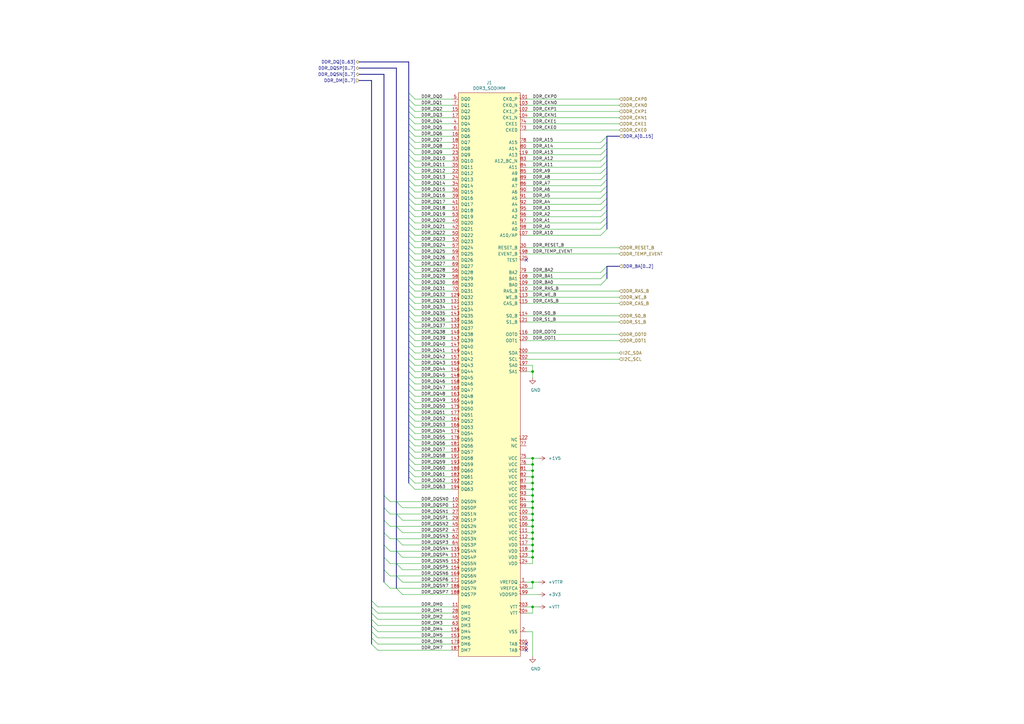
<source format=kicad_sch>
(kicad_sch (version 20210123) (generator eeschema)
  (paper "A3")
  (title_block (title "Dramite") (date "2021-01-22") (rev "R0.1") (company "Wenting Zhang"))
  (lib_symbols
    (symbol "power:+1V5" (power) (pin_names (offset 0))
      (property "Value" "+1V5" (at 0 3.556 0))
      (symbol "+1V5_0_1"
        (polyline (pts (xy -0.762 1.27) (xy 0 2.54)))
        (polyline (pts (xy 0 0) (xy 0 2.54)))
        (polyline (pts (xy 0 2.54) (xy 0.762 1.27)))
      )
      (symbol "+1V5_1_1"
        (pin power_in line (at 0 0 90) (length 0) hide (name "+1V5") (number "1"))
      )
    )
    (symbol "power:+3V3" (power) (pin_names (offset 0))
      (property "Value" "+3V3" (at 0 3.556 0))
      (symbol "+3V3_0_1"
        (polyline (pts (xy -0.762 1.27) (xy 0 2.54)))
        (polyline (pts (xy 0 0) (xy 0 2.54)))
        (polyline (pts (xy 0 2.54) (xy 0.762 1.27)))
      )
      (symbol "+3V3_1_1"
        (pin power_in line (at 0 0 90) (length 0) hide (name "+3V3") (number "1"))
      )
    )
    (symbol "power:GND" (power) (pin_names (offset 0))
      (property "Value" "GND" (at 0 -3.81 0))
      (symbol "GND_0_1"
        (polyline (pts (xy 0 0) (xy 0 -1.27) (xy 1.27 -1.27) (xy 0 -2.54) (xy -1.27 -1.27) (xy 0 -1.27)))
      )
      (symbol "GND_1_1"
        (pin power_in line (at 0 0 270) (length 0) hide (name "GND") (number "1"))
      )
    )
    (symbol "symbols:+VTT" (power) (pin_names (offset 0))
      (property "Value" "+VTT" (at 0 3.556 0))
      (symbol "+VTT_0_1"
        (polyline (pts (xy -0.762 1.27) (xy 0 2.54)))
        (polyline (pts (xy 0 0) (xy 0 2.54)))
        (polyline (pts (xy 0 2.54) (xy 0.762 1.27)))
      )
      (symbol "+VTT_1_1"
        (pin power_in line (at 0 0 90) (length 0) hide (name "+VTT") (number "1"))
      )
    )
    (symbol "symbols:+VTTR" (power) (pin_names (offset 0))
      (property "Value" "+VTTR" (at 0 3.556 0))
      (symbol "+VTTR_0_1"
        (polyline (pts (xy -0.762 1.27) (xy 0 2.54)))
        (polyline (pts (xy 0 0) (xy 0 2.54)))
        (polyline (pts (xy 0 2.54) (xy 0.762 1.27)))
      )
      (symbol "+VTTR_1_1"
        (pin power_in line (at 0 0 90) (length 0) hide (name "+VTTR") (number "1"))
      )
    )
    (symbol "symbols:DDR3_SODIMM" (pin_names (offset 1.016))
      (property "Reference" "J" (at 0 0 0))
      (property "Value" "DDR3_SODIMM" (at 0 0 0))
      (symbol "DDR3_SODIMM_0_1"
        (rectangle (start -12.7 -2.54) (end 12.7 -233.68) (fill (type background)))
      )
      (symbol "DDR3_SODIMM_1_1"
        (pin power_in line (at 15.24 -203.2 180) (length 2.54) (name "VREFDQ") (number "1"))
        (pin bidirectional line (at -15.24 -170.18 0) (length 2.54) (name "DQS0N") (number "10"))
        (pin power_in line (at 15.24 -175.26 180) (length 2.54) (name "VCC") (number "100"))
        (pin input line (at 15.24 -5.08 180) (length 2.54) (name "CK0_P") (number "101"))
        (pin input line (at 15.24 -10.16 180) (length 2.54) (name "CK1_P") (number "102"))
        (pin input line (at 15.24 -7.62 180) (length 2.54) (name "CK0_N") (number "103"))
        (pin input line (at 15.24 -12.7 180) (length 2.54) (name "CK1_N") (number "104"))
        (pin power_in line (at 15.24 -177.8 180) (length 2.54) (name "VCC") (number "105"))
        (pin power_in line (at 15.24 -180.34 180) (length 2.54) (name "VCC") (number "106"))
        (pin input line (at 15.24 -60.96 180) (length 2.54) (name "A10/AP") (number "107"))
        (pin input line (at 15.24 -78.74 180) (length 2.54) (name "BA1") (number "108"))
        (pin input line (at 15.24 -81.28 180) (length 2.54) (name "BA0") (number "109"))
        (pin input line (at -15.24 -213.36 0) (length 2.54) (name "DM0") (number "11"))
        (pin input line (at 15.24 -83.82 180) (length 2.54) (name "RAS_B") (number "110"))
        (pin power_in line (at 15.24 -182.88 180) (length 2.54) (name "VCC") (number "111"))
        (pin power_in line (at 15.24 -185.42 180) (length 2.54) (name "VCC") (number "112"))
        (pin input line (at 15.24 -86.36 180) (length 2.54) (name "WE_B") (number "113"))
        (pin input line (at 15.24 -93.98 180) (length 2.54) (name "S0_B") (number "114"))
        (pin input line (at 15.24 -88.9 180) (length 2.54) (name "CAS_B") (number "115"))
        (pin input line (at 15.24 -101.6 180) (length 2.54) (name "ODT0") (number "116"))
        (pin power_in line (at 15.24 -187.96 180) (length 2.54) (name "VDD") (number "117"))
        (pin power_in line (at 15.24 -190.5 180) (length 2.54) (name "VDD") (number "118"))
        (pin input line (at 15.24 -27.94 180) (length 2.54) (name "A13") (number "119"))
        (pin bidirectional line (at -15.24 -172.72 0) (length 2.54) (name "DQS0P") (number "12"))
        (pin input line (at 15.24 -104.14 180) (length 2.54) (name "ODT1") (number "120"))
        (pin input line (at 15.24 -96.52 180) (length 2.54) (name "S1_B") (number "121"))
        (pin passive line (at 15.24 -144.78 180) (length 2.54) (name "NC") (number "122"))
        (pin power_in line (at 15.24 -193.04 180) (length 2.54) (name "VDD") (number "123"))
        (pin power_in line (at 15.24 -195.58 180) (length 2.54) (name "VDD") (number "124"))
        (pin input line (at 15.24 -71.12 180) (length 2.54) (name "TEST") (number "125"))
        (pin power_in line (at 15.24 -205.74 180) (length 2.54) (name "VREFCA") (number "126"))
        (pin power_in line (at 15.24 -223.52 180) (length 2.54) hide (name "VSS") (number "127"))
        (pin power_in line (at 15.24 -223.52 180) (length 2.54) hide (name "VSS") (number "128"))
        (pin bidirectional line (at -15.24 -86.36 0) (length 2.54) (name "DQ32") (number "129"))
        (pin power_in line (at 15.24 -223.52 180) (length 2.54) hide (name "VSS") (number "13"))
        (pin power_in line (at 15.24 -223.52 180) (length 2.54) hide (name "VSS") (number "13"))
        (pin bidirectional line (at -15.24 -96.52 0) (length 2.54) (name "DQ36") (number "130"))
        (pin bidirectional line (at -15.24 -88.9 0) (length 2.54) (name "DQ33") (number "131"))
        (pin bidirectional line (at -15.24 -99.06 0) (length 2.54) (name "DQ37") (number "132"))
        (pin power_in line (at 15.24 -223.52 180) (length 2.54) hide (name "VSS") (number "133"))
        (pin power_in line (at 15.24 -223.52 180) (length 2.54) hide (name "VSS") (number "134"))
        (pin bidirectional line (at -15.24 -190.5 0) (length 2.54) (name "DQS4N") (number "135"))
        (pin input line (at -15.24 -223.52 0) (length 2.54) (name "DM4") (number "136"))
        (pin bidirectional line (at -15.24 -193.04 0) (length 2.54) (name "DQS4P") (number "137"))
        (pin power_in line (at 15.24 -223.52 180) (length 2.54) hide (name "VSS") (number "138"))
        (pin power_in line (at 15.24 -223.52 180) (length 2.54) hide (name "VSS") (number "139"))
        (pin power_in line (at 15.24 -223.52 180) (length 2.54) hide (name "VSS") (number "14"))
        (pin bidirectional line (at -15.24 -101.6 0) (length 2.54) (name "DQ38") (number "140"))
        (pin bidirectional line (at -15.24 -91.44 0) (length 2.54) (name "DQ34") (number "141"))
        (pin bidirectional line (at -15.24 -104.14 0) (length 2.54) (name "DQ39") (number "142"))
        (pin bidirectional line (at -15.24 -93.98 0) (length 2.54) (name "DQ35") (number "143"))
        (pin power_in line (at 15.24 -223.52 180) (length 2.54) hide (name "VSS") (number "144"))
        (pin power_in line (at 15.24 -223.52 180) (length 2.54) hide (name "VSS") (number "145"))
        (pin bidirectional line (at -15.24 -116.84 0) (length 2.54) (name "DQ44") (number "146"))
        (pin bidirectional line (at -15.24 -106.68 0) (length 2.54) (name "DQ40") (number "147"))
        (pin bidirectional line (at -15.24 -119.38 0) (length 2.54) (name "DQ45") (number "148"))
        (pin bidirectional line (at -15.24 -109.22 0) (length 2.54) (name "DQ41") (number "149"))
        (pin bidirectional line (at -15.24 -10.16 0) (length 2.54) (name "DQ2") (number "15"))
        (pin power_in line (at 15.24 -223.52 180) (length 2.54) hide (name "VSS") (number "150"))
        (pin power_in line (at 15.24 -223.52 180) (length 2.54) hide (name "VSS") (number "151"))
        (pin bidirectional line (at -15.24 -195.58 0) (length 2.54) (name "DQS5N") (number "152"))
        (pin input line (at -15.24 -226.06 0) (length 2.54) (name "DM5") (number "153"))
        (pin bidirectional line (at -15.24 -198.12 0) (length 2.54) (name "DQS5P") (number "154"))
        (pin power_in line (at 15.24 -223.52 180) (length 2.54) hide (name "VSS") (number "155"))
        (pin power_in line (at 15.24 -223.52 180) (length 2.54) hide (name "VSS") (number "156"))
        (pin bidirectional line (at -15.24 -111.76 0) (length 2.54) (name "DQ42") (number "157"))
        (pin bidirectional line (at -15.24 -121.92 0) (length 2.54) (name "DQ46") (number "158"))
        (pin bidirectional line (at -15.24 -114.3 0) (length 2.54) (name "DQ43") (number "159"))
        (pin bidirectional line (at -15.24 -20.32 0) (length 2.54) (name "DQ6") (number "16"))
        (pin bidirectional line (at -15.24 -124.46 0) (length 2.54) (name "DQ47") (number "160"))
        (pin power_in line (at 15.24 -223.52 180) (length 2.54) hide (name "VSS") (number "161"))
        (pin power_in line (at 15.24 -223.52 180) (length 2.54) hide (name "VSS") (number "162"))
        (pin bidirectional line (at -15.24 -127 0) (length 2.54) (name "DQ48") (number "163"))
        (pin bidirectional line (at -15.24 -137.16 0) (length 2.54) (name "DQ52") (number "164"))
        (pin bidirectional line (at -15.24 -129.54 0) (length 2.54) (name "DQ49") (number "165"))
        (pin bidirectional line (at -15.24 -139.7 0) (length 2.54) (name "DQ53") (number "166"))
        (pin power_in line (at 15.24 -223.52 180) (length 2.54) hide (name "VSS") (number "167"))
        (pin power_in line (at 15.24 -223.52 180) (length 2.54) hide (name "VSS") (number "168"))
        (pin bidirectional line (at -15.24 -200.66 0) (length 2.54) (name "DQS6N") (number "169"))
        (pin bidirectional line (at -15.24 -12.7 0) (length 2.54) (name "DQ3") (number "17"))
        (pin input line (at -15.24 -228.6 0) (length 2.54) (name "DM6") (number "170"))
        (pin bidirectional line (at -15.24 -203.2 0) (length 2.54) (name "DQS6P") (number "171"))
        (pin power_in line (at 15.24 -223.52 180) (length 2.54) hide (name "VSS") (number "172"))
        (pin power_in line (at 15.24 -223.52 180) (length 2.54) hide (name "VSS") (number "173"))
        (pin bidirectional line (at -15.24 -142.24 0) (length 2.54) (name "DQ54") (number "174"))
        (pin bidirectional line (at -15.24 -132.08 0) (length 2.54) (name "DQ50") (number "175"))
        (pin bidirectional line (at -15.24 -144.78 0) (length 2.54) (name "DQ55") (number "176"))
        (pin bidirectional line (at -15.24 -134.62 0) (length 2.54) (name "DQ51") (number "177"))
        (pin power_in line (at 15.24 -223.52 180) (length 2.54) hide (name "VSS") (number "178"))
        (pin power_in line (at 15.24 -223.52 180) (length 2.54) hide (name "VSS") (number "179"))
        (pin bidirectional line (at -15.24 -22.86 0) (length 2.54) (name "DQ7") (number "18"))
        (pin bidirectional line (at -15.24 -157.48 0) (length 2.54) (name "DQ60") (number "180"))
        (pin bidirectional line (at -15.24 -147.32 0) (length 2.54) (name "DQ56") (number "181"))
        (pin bidirectional line (at -15.24 -160.02 0) (length 2.54) (name "DQ61") (number "182"))
        (pin bidirectional line (at -15.24 -149.86 0) (length 2.54) (name "DQ57") (number "183"))
        (pin power_in line (at 15.24 -223.52 180) (length 2.54) hide (name "VSS") (number "184"))
        (pin power_in line (at 15.24 -223.52 180) (length 2.54) hide (name "VSS") (number "185"))
        (pin power_in line (at 15.24 -223.52 180) (length 2.54) hide (name "VSS") (number "185"))
        (pin bidirectional line (at -15.24 -205.74 0) (length 2.54) (name "DQS7N") (number "186"))
        (pin input line (at -15.24 -231.14 0) (length 2.54) (name "DM7") (number "187"))
        (pin bidirectional line (at -15.24 -208.28 0) (length 2.54) (name "DQS7P") (number "188"))
        (pin power_in line (at 15.24 -223.52 180) (length 2.54) hide (name "VSS") (number "189"))
        (pin power_in line (at 15.24 -223.52 180) (length 2.54) hide (name "VSS") (number "19"))
        (pin power_in line (at 15.24 -223.52 180) (length 2.54) hide (name "VSS") (number "190"))
        (pin bidirectional line (at -15.24 -152.4 0) (length 2.54) (name "DQ58") (number "191"))
        (pin bidirectional line (at -15.24 -162.56 0) (length 2.54) (name "DQ62") (number "192"))
        (pin bidirectional line (at -15.24 -154.94 0) (length 2.54) (name "DQ59") (number "193"))
        (pin bidirectional line (at -15.24 -165.1 0) (length 2.54) (name "DQ63") (number "194"))
        (pin power_in line (at 15.24 -223.52 180) (length 2.54) hide (name "VSS") (number "195"))
        (pin power_in line (at 15.24 -223.52 180) (length 2.54) hide (name "VSS") (number "196"))
        (pin bidirectional line (at 15.24 -114.3 180) (length 2.54) (name "SA0") (number "197"))
        (pin input line (at 15.24 -68.58 180) (length 2.54) (name "EVENT_B") (number "198"))
        (pin power_in line (at 15.24 -208.28 180) (length 2.54) (name "VDDSPD") (number "199"))
        (pin power_in line (at 15.24 -223.52 180) (length 2.54) (name "VSS") (number "2"))
        (pin power_in line (at 15.24 -223.52 180) (length 2.54) hide (name "VSS") (number "20"))
        (pin bidirectional line (at 15.24 -109.22 180) (length 2.54) (name "SDA") (number "200"))
        (pin bidirectional line (at 15.24 -116.84 180) (length 2.54) (name "SA1") (number "201"))
        (pin bidirectional line (at 15.24 -111.76 180) (length 2.54) (name "SCL") (number "202"))
        (pin power_in line (at 15.24 -213.36 180) (length 2.54) (name "VTT") (number "203"))
        (pin power_in line (at 15.24 -215.9 180) (length 2.54) (name "VTT") (number "204"))
        (pin passive line (at 15.24 -228.6 180) (length 2.54) (name "TAB") (number "205"))
        (pin passive line (at 15.24 -231.14 180) (length 2.54) (name "TAB") (number "206"))
        (pin bidirectional line (at -15.24 -25.4 0) (length 2.54) (name "DQ8") (number "21"))
        (pin bidirectional line (at -15.24 -35.56 0) (length 2.54) (name "DQ12") (number "22"))
        (pin bidirectional line (at -15.24 -27.94 0) (length 2.54) (name "DQ9") (number "23"))
        (pin bidirectional line (at -15.24 -38.1 0) (length 2.54) (name "DQ13") (number "24"))
        (pin power_in line (at 15.24 -223.52 180) (length 2.54) hide (name "VSS") (number "25"))
        (pin power_in line (at 15.24 -223.52 180) (length 2.54) hide (name "VSS") (number "26"))
        (pin bidirectional line (at -15.24 -175.26 0) (length 2.54) (name "DQS1N") (number "27"))
        (pin input line (at -15.24 -215.9 0) (length 2.54) (name "DM1") (number "28"))
        (pin bidirectional line (at -15.24 -177.8 0) (length 2.54) (name "DQS1P") (number "29"))
        (pin power_in line (at 15.24 -223.52 180) (length 2.54) hide (name "VSS") (number "3"))
        (pin input line (at 15.24 -66.04 180) (length 2.54) (name "RESET_B") (number "30"))
        (pin power_in line (at 15.24 -223.52 180) (length 2.54) hide (name "VSS") (number "31"))
        (pin power_in line (at 15.24 -223.52 180) (length 2.54) hide (name "VSS") (number "32"))
        (pin bidirectional line (at -15.24 -30.48 0) (length 2.54) (name "DQ10") (number "33"))
        (pin bidirectional line (at -15.24 -40.64 0) (length 2.54) (name "DQ14") (number "34"))
        (pin bidirectional line (at -15.24 -33.02 0) (length 2.54) (name "DQ11") (number "35"))
        (pin bidirectional line (at -15.24 -43.18 0) (length 2.54) (name "DQ15") (number "36"))
        (pin power_in line (at 15.24 -223.52 180) (length 2.54) hide (name "VSS") (number "37"))
        (pin power_in line (at 15.24 -223.52 180) (length 2.54) hide (name "VSS") (number "38"))
        (pin bidirectional line (at -15.24 -45.72 0) (length 2.54) (name "DQ16") (number "39"))
        (pin bidirectional line (at -15.24 -15.24 0) (length 2.54) (name "DQ4") (number "4"))
        (pin bidirectional line (at -15.24 -55.88 0) (length 2.54) (name "DQ20") (number "40"))
        (pin bidirectional line (at -15.24 -48.26 0) (length 2.54) (name "DQ17") (number "41"))
        (pin bidirectional line (at -15.24 -58.42 0) (length 2.54) (name "DQ21") (number "42"))
        (pin power_in line (at 15.24 -223.52 180) (length 2.54) hide (name "VSS") (number "43"))
        (pin power_in line (at 15.24 -223.52 180) (length 2.54) hide (name "VSS") (number "43"))
        (pin power_in line (at 15.24 -223.52 180) (length 2.54) hide (name "VSS") (number "44"))
        (pin bidirectional line (at -15.24 -180.34 0) (length 2.54) (name "DQS2N") (number "45"))
        (pin input line (at -15.24 -218.44 0) (length 2.54) (name "DM2") (number "46"))
        (pin bidirectional line (at -15.24 -182.88 0) (length 2.54) (name "DQS2P") (number "47"))
        (pin power_in line (at 15.24 -223.52 180) (length 2.54) hide (name "VSS") (number "48"))
        (pin power_in line (at 15.24 -223.52 180) (length 2.54) hide (name "VSS") (number "49"))
        (pin bidirectional line (at -15.24 -5.08 0) (length 2.54) (name "DQ0") (number "5"))
        (pin bidirectional line (at -15.24 -60.96 0) (length 2.54) (name "DQ22") (number "50"))
        (pin bidirectional line (at -15.24 -50.8 0) (length 2.54) (name "DQ18") (number "51"))
        (pin bidirectional line (at -15.24 -63.5 0) (length 2.54) (name "DQ23") (number "52"))
        (pin bidirectional line (at -15.24 -53.34 0) (length 2.54) (name "DQ19") (number "53"))
        (pin power_in line (at 15.24 -223.52 180) (length 2.54) hide (name "VSS") (number "54"))
        (pin power_in line (at 15.24 -223.52 180) (length 2.54) hide (name "VSS") (number "55"))
        (pin bidirectional line (at -15.24 -76.2 0) (length 2.54) (name "DQ28") (number "56"))
        (pin bidirectional line (at -15.24 -66.04 0) (length 2.54) (name "DQ24") (number "57"))
        (pin bidirectional line (at -15.24 -78.74 0) (length 2.54) (name "DQ29") (number "58"))
        (pin bidirectional line (at -15.24 -68.58 0) (length 2.54) (name "DQ25") (number "59"))
        (pin bidirectional line (at -15.24 -17.78 0) (length 2.54) (name "DQ5") (number "6"))
        (pin power_in line (at 15.24 -223.52 180) (length 2.54) hide (name "VSS") (number "60"))
        (pin power_in line (at 15.24 -223.52 180) (length 2.54) hide (name "VSS") (number "61"))
        (pin bidirectional line (at -15.24 -185.42 0) (length 2.54) (name "DQS3N") (number "62"))
        (pin input line (at -15.24 -220.98 0) (length 2.54) (name "DM3") (number "63"))
        (pin bidirectional line (at -15.24 -187.96 0) (length 2.54) (name "DQS3P") (number "64"))
        (pin power_in line (at 15.24 -223.52 180) (length 2.54) hide (name "VSS") (number "65"))
        (pin power_in line (at 15.24 -223.52 180) (length 2.54) hide (name "VSS") (number "66"))
        (pin bidirectional line (at -15.24 -71.12 0) (length 2.54) (name "DQ26") (number "67"))
        (pin bidirectional line (at -15.24 -81.28 0) (length 2.54) (name "DQ30") (number "68"))
        (pin bidirectional line (at -15.24 -73.66 0) (length 2.54) (name "DQ27") (number "69"))
        (pin bidirectional line (at -15.24 -7.62 0) (length 2.54) (name "DQ1") (number "7"))
        (pin bidirectional line (at -15.24 -83.82 0) (length 2.54) (name "DQ31") (number "70"))
        (pin power_in line (at 15.24 -223.52 180) (length 2.54) hide (name "VSS") (number "71"))
        (pin power_in line (at 15.24 -223.52 180) (length 2.54) hide (name "VSS") (number "72"))
        (pin input line (at 15.24 -17.78 180) (length 2.54) (name "CKE0") (number "73"))
        (pin input line (at 15.24 -15.24 180) (length 2.54) (name "CKE1") (number "74"))
        (pin power_in line (at 15.24 -152.4 180) (length 2.54) (name "VCC") (number "75"))
        (pin power_in line (at 15.24 -154.94 180) (length 2.54) (name "VCC") (number "76"))
        (pin passive line (at 15.24 -147.32 180) (length 2.54) (name "NC") (number "77"))
        (pin input line (at 15.24 -22.86 180) (length 2.54) (name "A15") (number "78"))
        (pin input line (at 15.24 -76.2 180) (length 2.54) (name "BA2") (number "79"))
        (pin power_in line (at 15.24 -223.52 180) (length 2.54) hide (name "VSS") (number "8"))
        (pin input line (at 15.24 -25.4 180) (length 2.54) (name "A14") (number "80"))
        (pin power_in line (at 15.24 -157.48 180) (length 2.54) (name "VCC") (number "81"))
        (pin power_in line (at 15.24 -160.02 180) (length 2.54) (name "VCC") (number "82"))
        (pin input line (at 15.24 -30.48 180) (length 2.54) (name "A12_BC_N") (number "83"))
        (pin input line (at 15.24 -33.02 180) (length 2.54) (name "A11") (number "84"))
        (pin input line (at 15.24 -35.56 180) (length 2.54) (name "A9") (number "85"))
        (pin input line (at 15.24 -40.64 180) (length 2.54) (name "A7") (number "86"))
        (pin power_in line (at 15.24 -162.56 180) (length 2.54) (name "VCC") (number "87"))
        (pin power_in line (at 15.24 -165.1 180) (length 2.54) (name "VCC") (number "88"))
        (pin input line (at 15.24 -38.1 180) (length 2.54) (name "A8") (number "89"))
        (pin power_in line (at 15.24 -223.52 180) (length 2.54) hide (name "VSS") (number "9"))
        (pin input line (at 15.24 -43.18 180) (length 2.54) (name "A6") (number "90"))
        (pin input line (at 15.24 -45.72 180) (length 2.54) (name "A5") (number "91"))
        (pin input line (at 15.24 -48.26 180) (length 2.54) (name "A4") (number "92"))
        (pin power_in line (at 15.24 -167.64 180) (length 2.54) (name "VCC") (number "93"))
        (pin power_in line (at 15.24 -170.18 180) (length 2.54) (name "VCC") (number "94"))
        (pin input line (at 15.24 -50.8 180) (length 2.54) (name "A3") (number "95"))
        (pin input line (at 15.24 -53.34 180) (length 2.54) (name "A2") (number "96"))
        (pin input line (at 15.24 -55.88 180) (length 2.54) (name "A1") (number "97"))
        (pin input line (at 15.24 -58.42 180) (length 2.54) (name "A0") (number "98"))
        (pin power_in line (at 15.24 -172.72 180) (length 2.54) (name "VCC") (number "99"))
      )
    )
  )
  (junction (at 218.44 152.4) (diameter 0.9144))
  (junction (at 218.44 187.96) (diameter 0.9144))
  (junction (at 218.44 190.5) (diameter 0.9144))
  (junction (at 218.44 193.04) (diameter 0.9144))
  (junction (at 218.44 195.58) (diameter 0.9144))
  (junction (at 218.44 198.12) (diameter 0.9144))
  (junction (at 218.44 200.66) (diameter 0.9144))
  (junction (at 218.44 203.2) (diameter 0.9144))
  (junction (at 218.44 205.74) (diameter 0.9144))
  (junction (at 218.44 208.28) (diameter 0.9144))
  (junction (at 218.44 210.82) (diameter 0.9144))
  (junction (at 218.44 213.36) (diameter 0.9144))
  (junction (at 218.44 215.9) (diameter 0.9144))
  (junction (at 218.44 218.44) (diameter 0.9144))
  (junction (at 218.44 220.98) (diameter 0.9144))
  (junction (at 218.44 223.52) (diameter 0.9144))
  (junction (at 218.44 226.06) (diameter 0.9144))
  (junction (at 218.44 228.6) (diameter 0.9144))
  (junction (at 218.44 238.76) (diameter 0.9144))
  (junction (at 218.44 248.92) (diameter 0.9144))
  (no_connect (at 215.9 106.68))
  (no_connect (at 215.9 264.16))
  (no_connect (at 215.9 266.7))
  (bus_entry (at 152.4 246.38) (size 2.54 2.54) (stroke (width 0.1524)))
  (bus_entry (at 152.4 248.92) (size 2.54 2.54) (stroke (width 0.1524)))
  (bus_entry (at 152.4 256.54) (size 2.54 2.54) (stroke (width 0.1524)))
  (bus_entry (at 152.4 259.08) (size 2.54 2.54) (stroke (width 0.1524)))
  (bus_entry (at 154.94 254) (size -2.54 -2.54) (stroke (width 0.1524)))
  (bus_entry (at 154.94 256.54) (size -2.54 -2.54) (stroke (width 0.1524)))
  (bus_entry (at 154.94 264.16) (size -2.54 -2.54) (stroke (width 0.1524)))
  (bus_entry (at 154.94 266.7) (size -2.54 -2.54) (stroke (width 0.1524)))
  (bus_entry (at 157.48 203.2) (size 2.54 2.54) (stroke (width 0.1524)))
  (bus_entry (at 157.48 208.28) (size 2.54 2.54) (stroke (width 0.1524)))
  (bus_entry (at 157.48 213.36) (size 2.54 2.54) (stroke (width 0.1524)))
  (bus_entry (at 157.48 218.44) (size 2.54 2.54) (stroke (width 0.1524)))
  (bus_entry (at 157.48 223.52) (size 2.54 2.54) (stroke (width 0.1524)))
  (bus_entry (at 157.48 228.6) (size 2.54 2.54) (stroke (width 0.1524)))
  (bus_entry (at 157.48 233.68) (size 2.54 2.54) (stroke (width 0.1524)))
  (bus_entry (at 157.48 238.76) (size 2.54 2.54) (stroke (width 0.1524)))
  (bus_entry (at 162.56 205.74) (size 2.54 2.54) (stroke (width 0.1524)))
  (bus_entry (at 162.56 210.82) (size 2.54 2.54) (stroke (width 0.1524)))
  (bus_entry (at 162.56 215.9) (size 2.54 2.54) (stroke (width 0.1524)))
  (bus_entry (at 162.56 220.98) (size 2.54 2.54) (stroke (width 0.1524)))
  (bus_entry (at 162.56 226.06) (size 2.54 2.54) (stroke (width 0.1524)))
  (bus_entry (at 162.56 231.14) (size 2.54 2.54) (stroke (width 0.1524)))
  (bus_entry (at 162.56 236.22) (size 2.54 2.54) (stroke (width 0.1524)))
  (bus_entry (at 162.56 241.3) (size 2.54 2.54) (stroke (width 0.1524)))
  (bus_entry (at 167.64 38.1) (size 2.54 2.54) (stroke (width 0.1524)))
  (bus_entry (at 167.64 40.64) (size 2.54 2.54) (stroke (width 0.1524)))
  (bus_entry (at 167.64 43.18) (size 2.54 2.54) (stroke (width 0.1524)))
  (bus_entry (at 167.64 45.72) (size 2.54 2.54) (stroke (width 0.1524)))
  (bus_entry (at 167.64 48.26) (size 2.54 2.54) (stroke (width 0.1524)))
  (bus_entry (at 167.64 50.8) (size 2.54 2.54) (stroke (width 0.1524)))
  (bus_entry (at 167.64 53.34) (size 2.54 2.54) (stroke (width 0.1524)))
  (bus_entry (at 167.64 55.88) (size 2.54 2.54) (stroke (width 0.1524)))
  (bus_entry (at 167.64 58.42) (size 2.54 2.54) (stroke (width 0.1524)))
  (bus_entry (at 167.64 60.96) (size 2.54 2.54) (stroke (width 0.1524)))
  (bus_entry (at 167.64 63.5) (size 2.54 2.54) (stroke (width 0.1524)))
  (bus_entry (at 167.64 66.04) (size 2.54 2.54) (stroke (width 0.1524)))
  (bus_entry (at 167.64 68.58) (size 2.54 2.54) (stroke (width 0.1524)))
  (bus_entry (at 167.64 71.12) (size 2.54 2.54) (stroke (width 0.1524)))
  (bus_entry (at 167.64 73.66) (size 2.54 2.54) (stroke (width 0.1524)))
  (bus_entry (at 167.64 76.2) (size 2.54 2.54) (stroke (width 0.1524)))
  (bus_entry (at 167.64 78.74) (size 2.54 2.54) (stroke (width 0.1524)))
  (bus_entry (at 167.64 81.28) (size 2.54 2.54) (stroke (width 0.1524)))
  (bus_entry (at 167.64 83.82) (size 2.54 2.54) (stroke (width 0.1524)))
  (bus_entry (at 167.64 86.36) (size 2.54 2.54) (stroke (width 0.1524)))
  (bus_entry (at 167.64 88.9) (size 2.54 2.54) (stroke (width 0.1524)))
  (bus_entry (at 167.64 91.44) (size 2.54 2.54) (stroke (width 0.1524)))
  (bus_entry (at 167.64 93.98) (size 2.54 2.54) (stroke (width 0.1524)))
  (bus_entry (at 167.64 96.52) (size 2.54 2.54) (stroke (width 0.1524)))
  (bus_entry (at 167.64 99.06) (size 2.54 2.54) (stroke (width 0.1524)))
  (bus_entry (at 167.64 101.6) (size 2.54 2.54) (stroke (width 0.1524)))
  (bus_entry (at 167.64 104.14) (size 2.54 2.54) (stroke (width 0.1524)))
  (bus_entry (at 167.64 106.68) (size 2.54 2.54) (stroke (width 0.1524)))
  (bus_entry (at 167.64 109.22) (size 2.54 2.54) (stroke (width 0.1524)))
  (bus_entry (at 167.64 111.76) (size 2.54 2.54) (stroke (width 0.1524)))
  (bus_entry (at 167.64 114.3) (size 2.54 2.54) (stroke (width 0.1524)))
  (bus_entry (at 167.64 116.84) (size 2.54 2.54) (stroke (width 0.1524)))
  (bus_entry (at 167.64 119.38) (size 2.54 2.54) (stroke (width 0.1524)))
  (bus_entry (at 167.64 121.92) (size 2.54 2.54) (stroke (width 0.1524)))
  (bus_entry (at 167.64 124.46) (size 2.54 2.54) (stroke (width 0.1524)))
  (bus_entry (at 167.64 127) (size 2.54 2.54) (stroke (width 0.1524)))
  (bus_entry (at 167.64 129.54) (size 2.54 2.54) (stroke (width 0.1524)))
  (bus_entry (at 167.64 132.08) (size 2.54 2.54) (stroke (width 0.1524)))
  (bus_entry (at 167.64 134.62) (size 2.54 2.54) (stroke (width 0.1524)))
  (bus_entry (at 167.64 137.16) (size 2.54 2.54) (stroke (width 0.1524)))
  (bus_entry (at 167.64 139.7) (size 2.54 2.54) (stroke (width 0.1524)))
  (bus_entry (at 167.64 142.24) (size 2.54 2.54) (stroke (width 0.1524)))
  (bus_entry (at 167.64 144.78) (size 2.54 2.54) (stroke (width 0.1524)))
  (bus_entry (at 167.64 147.32) (size 2.54 2.54) (stroke (width 0.1524)))
  (bus_entry (at 167.64 149.86) (size 2.54 2.54) (stroke (width 0.1524)))
  (bus_entry (at 167.64 152.4) (size 2.54 2.54) (stroke (width 0.1524)))
  (bus_entry (at 167.64 154.94) (size 2.54 2.54) (stroke (width 0.1524)))
  (bus_entry (at 167.64 157.48) (size 2.54 2.54) (stroke (width 0.1524)))
  (bus_entry (at 167.64 160.02) (size 2.54 2.54) (stroke (width 0.1524)))
  (bus_entry (at 167.64 162.56) (size 2.54 2.54) (stroke (width 0.1524)))
  (bus_entry (at 167.64 165.1) (size 2.54 2.54) (stroke (width 0.1524)))
  (bus_entry (at 167.64 167.64) (size 2.54 2.54) (stroke (width 0.1524)))
  (bus_entry (at 167.64 170.18) (size 2.54 2.54) (stroke (width 0.1524)))
  (bus_entry (at 167.64 172.72) (size 2.54 2.54) (stroke (width 0.1524)))
  (bus_entry (at 167.64 175.26) (size 2.54 2.54) (stroke (width 0.1524)))
  (bus_entry (at 167.64 177.8) (size 2.54 2.54) (stroke (width 0.1524)))
  (bus_entry (at 167.64 180.34) (size 2.54 2.54) (stroke (width 0.1524)))
  (bus_entry (at 167.64 182.88) (size 2.54 2.54) (stroke (width 0.1524)))
  (bus_entry (at 167.64 185.42) (size 2.54 2.54) (stroke (width 0.1524)))
  (bus_entry (at 167.64 187.96) (size 2.54 2.54) (stroke (width 0.1524)))
  (bus_entry (at 167.64 190.5) (size 2.54 2.54) (stroke (width 0.1524)))
  (bus_entry (at 167.64 193.04) (size 2.54 2.54) (stroke (width 0.1524)))
  (bus_entry (at 167.64 195.58) (size 2.54 2.54) (stroke (width 0.1524)))
  (bus_entry (at 167.64 198.12) (size 2.54 2.54) (stroke (width 0.1524)))
  (bus_entry (at 246.38 63.5) (size 2.54 -2.54) (stroke (width 0.1524)))
  (bus_entry (at 246.38 66.04) (size 2.54 -2.54) (stroke (width 0.1524)))
  (bus_entry (at 246.38 73.66) (size 2.54 -2.54) (stroke (width 0.1524)))
  (bus_entry (at 246.38 76.2) (size 2.54 -2.54) (stroke (width 0.1524)))
  (bus_entry (at 246.38 83.82) (size 2.54 -2.54) (stroke (width 0.1524)))
  (bus_entry (at 246.38 86.36) (size 2.54 -2.54) (stroke (width 0.1524)))
  (bus_entry (at 246.38 93.98) (size 2.54 -2.54) (stroke (width 0.1524)))
  (bus_entry (at 246.38 96.52) (size 2.54 -2.54) (stroke (width 0.1524)))
  (bus_entry (at 246.38 114.3) (size 2.54 -2.54) (stroke (width 0.1524)))
  (bus_entry (at 246.38 116.84) (size 2.54 -2.54) (stroke (width 0.1524)))
  (bus_entry (at 248.92 55.88) (size -2.54 2.54) (stroke (width 0.1524)))
  (bus_entry (at 248.92 58.42) (size -2.54 2.54) (stroke (width 0.1524)))
  (bus_entry (at 248.92 66.04) (size -2.54 2.54) (stroke (width 0.1524)))
  (bus_entry (at 248.92 68.58) (size -2.54 2.54) (stroke (width 0.1524)))
  (bus_entry (at 248.92 76.2) (size -2.54 2.54) (stroke (width 0.1524)))
  (bus_entry (at 248.92 78.74) (size -2.54 2.54) (stroke (width 0.1524)))
  (bus_entry (at 248.92 86.36) (size -2.54 2.54) (stroke (width 0.1524)))
  (bus_entry (at 248.92 88.9) (size -2.54 2.54) (stroke (width 0.1524)))
  (bus_entry (at 248.92 109.22) (size -2.54 2.54) (stroke (width 0.1524)))
  (wire (pts (xy 154.94 248.92) (xy 185.42 248.92)))
  (wire (pts (xy 154.94 251.46) (xy 185.42 251.46)))
  (wire (pts (xy 154.94 254) (xy 185.42 254)))
  (wire (pts (xy 154.94 256.54) (xy 185.42 256.54)))
  (wire (pts (xy 154.94 259.08) (xy 185.42 259.08)))
  (wire (pts (xy 154.94 261.62) (xy 185.42 261.62)))
  (wire (pts (xy 154.94 264.16) (xy 185.42 264.16)))
  (wire (pts (xy 154.94 266.7) (xy 185.42 266.7)))
  (wire (pts (xy 160.02 205.74) (xy 162.56 205.74)))
  (wire (pts (xy 160.02 210.82) (xy 162.56 210.82)))
  (wire (pts (xy 160.02 215.9) (xy 162.56 215.9)))
  (wire (pts (xy 160.02 220.98) (xy 162.56 220.98)))
  (wire (pts (xy 160.02 226.06) (xy 162.56 226.06)))
  (wire (pts (xy 160.02 231.14) (xy 162.56 231.14)))
  (wire (pts (xy 160.02 236.22) (xy 162.56 236.22)))
  (wire (pts (xy 160.02 241.3) (xy 162.56 241.3)))
  (wire (pts (xy 162.56 205.74) (xy 185.42 205.74)))
  (wire (pts (xy 162.56 210.82) (xy 185.42 210.82)))
  (wire (pts (xy 162.56 215.9) (xy 185.42 215.9)))
  (wire (pts (xy 162.56 220.98) (xy 185.42 220.98)))
  (wire (pts (xy 162.56 226.06) (xy 185.42 226.06)))
  (wire (pts (xy 162.56 231.14) (xy 185.42 231.14)))
  (wire (pts (xy 162.56 236.22) (xy 185.42 236.22)))
  (wire (pts (xy 162.56 241.3) (xy 185.42 241.3)))
  (wire (pts (xy 165.1 208.28) (xy 185.42 208.28)))
  (wire (pts (xy 165.1 213.36) (xy 185.42 213.36)))
  (wire (pts (xy 165.1 218.44) (xy 185.42 218.44)))
  (wire (pts (xy 165.1 223.52) (xy 185.42 223.52)))
  (wire (pts (xy 165.1 228.6) (xy 185.42 228.6)))
  (wire (pts (xy 165.1 233.68) (xy 185.42 233.68)))
  (wire (pts (xy 165.1 238.76) (xy 185.42 238.76)))
  (wire (pts (xy 165.1 243.84) (xy 185.42 243.84)))
  (wire (pts (xy 170.18 40.64) (xy 185.42 40.64)))
  (wire (pts (xy 170.18 43.18) (xy 185.42 43.18)))
  (wire (pts (xy 170.18 45.72) (xy 185.42 45.72)))
  (wire (pts (xy 170.18 48.26) (xy 185.42 48.26)))
  (wire (pts (xy 170.18 50.8) (xy 185.42 50.8)))
  (wire (pts (xy 170.18 53.34) (xy 185.42 53.34)))
  (wire (pts (xy 170.18 55.88) (xy 185.42 55.88)))
  (wire (pts (xy 170.18 58.42) (xy 185.42 58.42)))
  (wire (pts (xy 170.18 60.96) (xy 185.42 60.96)))
  (wire (pts (xy 170.18 63.5) (xy 185.42 63.5)))
  (wire (pts (xy 170.18 66.04) (xy 185.42 66.04)))
  (wire (pts (xy 170.18 68.58) (xy 185.42 68.58)))
  (wire (pts (xy 170.18 71.12) (xy 185.42 71.12)))
  (wire (pts (xy 170.18 73.66) (xy 185.42 73.66)))
  (wire (pts (xy 170.18 76.2) (xy 185.42 76.2)))
  (wire (pts (xy 170.18 78.74) (xy 185.42 78.74)))
  (wire (pts (xy 170.18 81.28) (xy 185.42 81.28)))
  (wire (pts (xy 170.18 83.82) (xy 185.42 83.82)))
  (wire (pts (xy 170.18 86.36) (xy 185.42 86.36)))
  (wire (pts (xy 170.18 88.9) (xy 185.42 88.9)))
  (wire (pts (xy 170.18 91.44) (xy 185.42 91.44)))
  (wire (pts (xy 170.18 93.98) (xy 185.42 93.98)))
  (wire (pts (xy 170.18 96.52) (xy 185.42 96.52)))
  (wire (pts (xy 170.18 99.06) (xy 185.42 99.06)))
  (wire (pts (xy 170.18 101.6) (xy 185.42 101.6)))
  (wire (pts (xy 170.18 104.14) (xy 185.42 104.14)))
  (wire (pts (xy 170.18 106.68) (xy 185.42 106.68)))
  (wire (pts (xy 170.18 109.22) (xy 185.42 109.22)))
  (wire (pts (xy 170.18 111.76) (xy 185.42 111.76)))
  (wire (pts (xy 170.18 114.3) (xy 185.42 114.3)))
  (wire (pts (xy 170.18 116.84) (xy 185.42 116.84)))
  (wire (pts (xy 170.18 119.38) (xy 185.42 119.38)))
  (wire (pts (xy 170.18 121.92) (xy 185.42 121.92)))
  (wire (pts (xy 170.18 124.46) (xy 185.42 124.46)))
  (wire (pts (xy 170.18 127) (xy 185.42 127)))
  (wire (pts (xy 170.18 129.54) (xy 185.42 129.54)))
  (wire (pts (xy 170.18 132.08) (xy 185.42 132.08)))
  (wire (pts (xy 170.18 134.62) (xy 185.42 134.62)))
  (wire (pts (xy 170.18 137.16) (xy 185.42 137.16)))
  (wire (pts (xy 170.18 139.7) (xy 185.42 139.7)))
  (wire (pts (xy 170.18 142.24) (xy 185.42 142.24)))
  (wire (pts (xy 170.18 144.78) (xy 185.42 144.78)))
  (wire (pts (xy 170.18 147.32) (xy 185.42 147.32)))
  (wire (pts (xy 170.18 149.86) (xy 185.42 149.86)))
  (wire (pts (xy 170.18 152.4) (xy 185.42 152.4)))
  (wire (pts (xy 170.18 154.94) (xy 185.42 154.94)))
  (wire (pts (xy 170.18 157.48) (xy 185.42 157.48)))
  (wire (pts (xy 170.18 160.02) (xy 185.42 160.02)))
  (wire (pts (xy 170.18 162.56) (xy 185.42 162.56)))
  (wire (pts (xy 170.18 165.1) (xy 185.42 165.1)))
  (wire (pts (xy 170.18 167.64) (xy 185.42 167.64)))
  (wire (pts (xy 170.18 170.18) (xy 185.42 170.18)))
  (wire (pts (xy 170.18 172.72) (xy 185.42 172.72)))
  (wire (pts (xy 170.18 175.26) (xy 185.42 175.26)))
  (wire (pts (xy 170.18 177.8) (xy 185.42 177.8)))
  (wire (pts (xy 170.18 180.34) (xy 185.42 180.34)))
  (wire (pts (xy 170.18 182.88) (xy 185.42 182.88)))
  (wire (pts (xy 170.18 185.42) (xy 185.42 185.42)))
  (wire (pts (xy 170.18 187.96) (xy 185.42 187.96)))
  (wire (pts (xy 170.18 190.5) (xy 185.42 190.5)))
  (wire (pts (xy 170.18 193.04) (xy 185.42 193.04)))
  (wire (pts (xy 170.18 195.58) (xy 185.42 195.58)))
  (wire (pts (xy 170.18 198.12) (xy 185.42 198.12)))
  (wire (pts (xy 170.18 200.66) (xy 185.42 200.66)))
  (wire (pts (xy 215.9 119.38) (xy 254 119.38)))
  (wire (pts (xy 215.9 121.92) (xy 254 121.92)))
  (wire (pts (xy 215.9 124.46) (xy 254 124.46)))
  (wire (pts (xy 215.9 129.54) (xy 254 129.54)))
  (wire (pts (xy 215.9 132.08) (xy 254 132.08)))
  (wire (pts (xy 215.9 137.16) (xy 254 137.16)))
  (wire (pts (xy 215.9 139.7) (xy 254 139.7)))
  (wire (pts (xy 215.9 144.78) (xy 254 144.78)))
  (wire (pts (xy 215.9 147.32) (xy 254 147.32)))
  (wire (pts (xy 215.9 149.86) (xy 218.44 149.86)))
  (wire (pts (xy 215.9 152.4) (xy 218.44 152.4)))
  (wire (pts (xy 215.9 187.96) (xy 218.44 187.96)))
  (wire (pts (xy 215.9 190.5) (xy 218.44 190.5)))
  (wire (pts (xy 215.9 193.04) (xy 218.44 193.04)))
  (wire (pts (xy 215.9 195.58) (xy 218.44 195.58)))
  (wire (pts (xy 215.9 198.12) (xy 218.44 198.12)))
  (wire (pts (xy 215.9 200.66) (xy 218.44 200.66)))
  (wire (pts (xy 215.9 203.2) (xy 218.44 203.2)))
  (wire (pts (xy 215.9 205.74) (xy 218.44 205.74)))
  (wire (pts (xy 215.9 208.28) (xy 218.44 208.28)))
  (wire (pts (xy 215.9 210.82) (xy 218.44 210.82)))
  (wire (pts (xy 215.9 213.36) (xy 218.44 213.36)))
  (wire (pts (xy 215.9 215.9) (xy 218.44 215.9)))
  (wire (pts (xy 215.9 218.44) (xy 218.44 218.44)))
  (wire (pts (xy 215.9 220.98) (xy 218.44 220.98)))
  (wire (pts (xy 215.9 223.52) (xy 218.44 223.52)))
  (wire (pts (xy 215.9 226.06) (xy 218.44 226.06)))
  (wire (pts (xy 215.9 228.6) (xy 218.44 228.6)))
  (wire (pts (xy 215.9 231.14) (xy 218.44 231.14)))
  (wire (pts (xy 215.9 238.76) (xy 218.44 238.76)))
  (wire (pts (xy 215.9 241.3) (xy 218.44 241.3)))
  (wire (pts (xy 215.9 243.84) (xy 220.98 243.84)))
  (wire (pts (xy 215.9 248.92) (xy 218.44 248.92)))
  (wire (pts (xy 215.9 251.46) (xy 218.44 251.46)))
  (wire (pts (xy 215.9 259.08) (xy 218.44 259.08)))
  (wire (pts (xy 218.44 149.86) (xy 218.44 152.4)))
  (wire (pts (xy 218.44 152.4) (xy 218.44 154.94)))
  (wire (pts (xy 218.44 187.96) (xy 220.98 187.96)))
  (wire (pts (xy 218.44 190.5) (xy 218.44 187.96)))
  (wire (pts (xy 218.44 193.04) (xy 218.44 190.5)))
  (wire (pts (xy 218.44 195.58) (xy 218.44 193.04)))
  (wire (pts (xy 218.44 198.12) (xy 218.44 195.58)))
  (wire (pts (xy 218.44 200.66) (xy 218.44 198.12)))
  (wire (pts (xy 218.44 203.2) (xy 218.44 200.66)))
  (wire (pts (xy 218.44 205.74) (xy 218.44 203.2)))
  (wire (pts (xy 218.44 208.28) (xy 218.44 205.74)))
  (wire (pts (xy 218.44 210.82) (xy 218.44 208.28)))
  (wire (pts (xy 218.44 213.36) (xy 218.44 210.82)))
  (wire (pts (xy 218.44 215.9) (xy 218.44 213.36)))
  (wire (pts (xy 218.44 218.44) (xy 218.44 215.9)))
  (wire (pts (xy 218.44 220.98) (xy 218.44 218.44)))
  (wire (pts (xy 218.44 223.52) (xy 218.44 220.98)))
  (wire (pts (xy 218.44 226.06) (xy 218.44 223.52)))
  (wire (pts (xy 218.44 228.6) (xy 218.44 226.06)))
  (wire (pts (xy 218.44 231.14) (xy 218.44 228.6)))
  (wire (pts (xy 218.44 238.76) (xy 220.98 238.76)))
  (wire (pts (xy 218.44 241.3) (xy 218.44 238.76)))
  (wire (pts (xy 218.44 248.92) (xy 220.98 248.92)))
  (wire (pts (xy 218.44 251.46) (xy 218.44 248.92)))
  (wire (pts (xy 218.44 259.08) (xy 218.44 269.24)))
  (wire (pts (xy 246.38 58.42) (xy 215.9 58.42)))
  (wire (pts (xy 246.38 60.96) (xy 215.9 60.96)))
  (wire (pts (xy 246.38 63.5) (xy 215.9 63.5)))
  (wire (pts (xy 246.38 66.04) (xy 215.9 66.04)))
  (wire (pts (xy 246.38 68.58) (xy 215.9 68.58)))
  (wire (pts (xy 246.38 71.12) (xy 215.9 71.12)))
  (wire (pts (xy 246.38 73.66) (xy 215.9 73.66)))
  (wire (pts (xy 246.38 76.2) (xy 215.9 76.2)))
  (wire (pts (xy 246.38 78.74) (xy 215.9 78.74)))
  (wire (pts (xy 246.38 81.28) (xy 215.9 81.28)))
  (wire (pts (xy 246.38 83.82) (xy 215.9 83.82)))
  (wire (pts (xy 246.38 86.36) (xy 215.9 86.36)))
  (wire (pts (xy 246.38 88.9) (xy 215.9 88.9)))
  (wire (pts (xy 246.38 91.44) (xy 215.9 91.44)))
  (wire (pts (xy 246.38 93.98) (xy 215.9 93.98)))
  (wire (pts (xy 246.38 96.52) (xy 215.9 96.52)))
  (wire (pts (xy 246.38 111.76) (xy 215.9 111.76)))
  (wire (pts (xy 246.38 114.3) (xy 215.9 114.3)))
  (wire (pts (xy 246.38 116.84) (xy 215.9 116.84)))
  (wire (pts (xy 254 40.64) (xy 215.9 40.64)))
  (wire (pts (xy 254 43.18) (xy 215.9 43.18)))
  (wire (pts (xy 254 45.72) (xy 215.9 45.72)))
  (wire (pts (xy 254 48.26) (xy 215.9 48.26)))
  (wire (pts (xy 254 50.8) (xy 215.9 50.8)))
  (wire (pts (xy 254 53.34) (xy 215.9 53.34)))
  (wire (pts (xy 254 101.6) (xy 215.9 101.6)))
  (wire (pts (xy 254 104.14) (xy 215.9 104.14)))
  (bus (pts (xy 147.32 25.4) (xy 167.64 25.4)))
  (bus (pts (xy 147.32 27.94) (xy 162.56 27.94)))
  (bus (pts (xy 147.32 30.48) (xy 157.48 30.48)))
  (bus (pts (xy 152.4 33.02) (xy 147.32 33.02)))
  (bus (pts (xy 152.4 33.02) (xy 152.4 246.38)))
  (bus (pts (xy 152.4 246.38) (xy 152.4 248.92)))
  (bus (pts (xy 152.4 248.92) (xy 152.4 251.46)))
  (bus (pts (xy 152.4 251.46) (xy 152.4 254)))
  (bus (pts (xy 152.4 254) (xy 152.4 256.54)))
  (bus (pts (xy 152.4 256.54) (xy 152.4 259.08)))
  (bus (pts (xy 152.4 259.08) (xy 152.4 261.62)))
  (bus (pts (xy 152.4 261.62) (xy 152.4 264.16)))
  (bus (pts (xy 157.48 30.48) (xy 157.48 203.2)))
  (bus (pts (xy 157.48 203.2) (xy 157.48 208.28)))
  (bus (pts (xy 157.48 208.28) (xy 157.48 213.36)))
  (bus (pts (xy 157.48 213.36) (xy 157.48 218.44)))
  (bus (pts (xy 157.48 218.44) (xy 157.48 223.52)))
  (bus (pts (xy 157.48 223.52) (xy 157.48 228.6)))
  (bus (pts (xy 157.48 228.6) (xy 157.48 233.68)))
  (bus (pts (xy 157.48 233.68) (xy 157.48 238.76)))
  (bus (pts (xy 162.56 27.94) (xy 162.56 205.74)))
  (bus (pts (xy 162.56 205.74) (xy 162.56 210.82)))
  (bus (pts (xy 162.56 210.82) (xy 162.56 215.9)))
  (bus (pts (xy 162.56 215.9) (xy 162.56 220.98)))
  (bus (pts (xy 162.56 220.98) (xy 162.56 226.06)))
  (bus (pts (xy 162.56 226.06) (xy 162.56 231.14)))
  (bus (pts (xy 162.56 231.14) (xy 162.56 236.22)))
  (bus (pts (xy 162.56 236.22) (xy 162.56 241.3)))
  (bus (pts (xy 167.64 25.4) (xy 167.64 38.1)))
  (bus (pts (xy 167.64 38.1) (xy 167.64 40.64)))
  (bus (pts (xy 167.64 40.64) (xy 167.64 43.18)))
  (bus (pts (xy 167.64 43.18) (xy 167.64 45.72)))
  (bus (pts (xy 167.64 45.72) (xy 167.64 48.26)))
  (bus (pts (xy 167.64 48.26) (xy 167.64 50.8)))
  (bus (pts (xy 167.64 50.8) (xy 167.64 53.34)))
  (bus (pts (xy 167.64 53.34) (xy 167.64 55.88)))
  (bus (pts (xy 167.64 55.88) (xy 167.64 58.42)))
  (bus (pts (xy 167.64 58.42) (xy 167.64 60.96)))
  (bus (pts (xy 167.64 60.96) (xy 167.64 63.5)))
  (bus (pts (xy 167.64 63.5) (xy 167.64 66.04)))
  (bus (pts (xy 167.64 66.04) (xy 167.64 68.58)))
  (bus (pts (xy 167.64 68.58) (xy 167.64 71.12)))
  (bus (pts (xy 167.64 71.12) (xy 167.64 73.66)))
  (bus (pts (xy 167.64 73.66) (xy 167.64 76.2)))
  (bus (pts (xy 167.64 76.2) (xy 167.64 78.74)))
  (bus (pts (xy 167.64 78.74) (xy 167.64 81.28)))
  (bus (pts (xy 167.64 81.28) (xy 167.64 83.82)))
  (bus (pts (xy 167.64 83.82) (xy 167.64 86.36)))
  (bus (pts (xy 167.64 86.36) (xy 167.64 88.9)))
  (bus (pts (xy 167.64 88.9) (xy 167.64 91.44)))
  (bus (pts (xy 167.64 91.44) (xy 167.64 93.98)))
  (bus (pts (xy 167.64 93.98) (xy 167.64 96.52)))
  (bus (pts (xy 167.64 96.52) (xy 167.64 99.06)))
  (bus (pts (xy 167.64 99.06) (xy 167.64 101.6)))
  (bus (pts (xy 167.64 101.6) (xy 167.64 104.14)))
  (bus (pts (xy 167.64 104.14) (xy 167.64 106.68)))
  (bus (pts (xy 167.64 106.68) (xy 167.64 109.22)))
  (bus (pts (xy 167.64 109.22) (xy 167.64 111.76)))
  (bus (pts (xy 167.64 111.76) (xy 167.64 114.3)))
  (bus (pts (xy 167.64 114.3) (xy 167.64 116.84)))
  (bus (pts (xy 167.64 116.84) (xy 167.64 119.38)))
  (bus (pts (xy 167.64 119.38) (xy 167.64 121.92)))
  (bus (pts (xy 167.64 121.92) (xy 167.64 124.46)))
  (bus (pts (xy 167.64 124.46) (xy 167.64 127)))
  (bus (pts (xy 167.64 127) (xy 167.64 129.54)))
  (bus (pts (xy 167.64 129.54) (xy 167.64 132.08)))
  (bus (pts (xy 167.64 132.08) (xy 167.64 134.62)))
  (bus (pts (xy 167.64 134.62) (xy 167.64 137.16)))
  (bus (pts (xy 167.64 137.16) (xy 167.64 139.7)))
  (bus (pts (xy 167.64 139.7) (xy 167.64 142.24)))
  (bus (pts (xy 167.64 142.24) (xy 167.64 144.78)))
  (bus (pts (xy 167.64 144.78) (xy 167.64 147.32)))
  (bus (pts (xy 167.64 147.32) (xy 167.64 149.86)))
  (bus (pts (xy 167.64 149.86) (xy 167.64 152.4)))
  (bus (pts (xy 167.64 152.4) (xy 167.64 154.94)))
  (bus (pts (xy 167.64 154.94) (xy 167.64 157.48)))
  (bus (pts (xy 167.64 157.48) (xy 167.64 160.02)))
  (bus (pts (xy 167.64 160.02) (xy 167.64 162.56)))
  (bus (pts (xy 167.64 162.56) (xy 167.64 165.1)))
  (bus (pts (xy 167.64 165.1) (xy 167.64 167.64)))
  (bus (pts (xy 167.64 167.64) (xy 167.64 170.18)))
  (bus (pts (xy 167.64 170.18) (xy 167.64 172.72)))
  (bus (pts (xy 167.64 172.72) (xy 167.64 175.26)))
  (bus (pts (xy 167.64 175.26) (xy 167.64 177.8)))
  (bus (pts (xy 167.64 177.8) (xy 167.64 180.34)))
  (bus (pts (xy 167.64 180.34) (xy 167.64 182.88)))
  (bus (pts (xy 167.64 182.88) (xy 167.64 185.42)))
  (bus (pts (xy 167.64 185.42) (xy 167.64 187.96)))
  (bus (pts (xy 167.64 187.96) (xy 167.64 190.5)))
  (bus (pts (xy 167.64 190.5) (xy 167.64 193.04)))
  (bus (pts (xy 167.64 193.04) (xy 167.64 195.58)))
  (bus (pts (xy 167.64 195.58) (xy 167.64 198.12)))
  (bus (pts (xy 248.92 55.88) (xy 248.92 58.42)))
  (bus (pts (xy 248.92 58.42) (xy 248.92 60.96)))
  (bus (pts (xy 248.92 60.96) (xy 248.92 63.5)))
  (bus (pts (xy 248.92 63.5) (xy 248.92 66.04)))
  (bus (pts (xy 248.92 66.04) (xy 248.92 68.58)))
  (bus (pts (xy 248.92 68.58) (xy 248.92 71.12)))
  (bus (pts (xy 248.92 71.12) (xy 248.92 73.66)))
  (bus (pts (xy 248.92 73.66) (xy 248.92 76.2)))
  (bus (pts (xy 248.92 76.2) (xy 248.92 78.74)))
  (bus (pts (xy 248.92 78.74) (xy 248.92 81.28)))
  (bus (pts (xy 248.92 81.28) (xy 248.92 83.82)))
  (bus (pts (xy 248.92 83.82) (xy 248.92 86.36)))
  (bus (pts (xy 248.92 86.36) (xy 248.92 88.9)))
  (bus (pts (xy 248.92 88.9) (xy 248.92 91.44)))
  (bus (pts (xy 248.92 91.44) (xy 248.92 93.98)))
  (bus (pts (xy 248.92 109.22) (xy 248.92 111.76)))
  (bus (pts (xy 248.92 111.76) (xy 248.92 114.3)))
  (bus (pts (xy 254 55.88) (xy 248.92 55.88)))
  (bus (pts (xy 254 109.22) (xy 248.92 109.22)))
  (label "DDR_DQ0" (at 172.72 40.64 0))
  (label "DDR_DQ1" (at 172.72 43.18 0))
  (label "DDR_DQ2" (at 172.72 45.72 0))
  (label "DDR_DQ3" (at 172.72 48.26 0))
  (label "DDR_DQ4" (at 172.72 50.8 0))
  (label "DDR_DQ5" (at 172.72 53.34 0))
  (label "DDR_DQ6" (at 172.72 55.88 0))
  (label "DDR_DQ7" (at 172.72 58.42 0))
  (label "DDR_DQ8" (at 172.72 60.96 0))
  (label "DDR_DQ9" (at 172.72 63.5 0))
  (label "DDR_DQ10" (at 172.72 66.04 0))
  (label "DDR_DQ11" (at 172.72 68.58 0))
  (label "DDR_DQ12" (at 172.72 71.12 0))
  (label "DDR_DQ13" (at 172.72 73.66 0))
  (label "DDR_DQ14" (at 172.72 76.2 0))
  (label "DDR_DQ15" (at 172.72 78.74 0))
  (label "DDR_DQ16" (at 172.72 81.28 0))
  (label "DDR_DQ17" (at 172.72 83.82 0))
  (label "DDR_DQ18" (at 172.72 86.36 0))
  (label "DDR_DQ19" (at 172.72 88.9 0))
  (label "DDR_DQ20" (at 172.72 91.44 0))
  (label "DDR_DQ21" (at 172.72 93.98 0))
  (label "DDR_DQ22" (at 172.72 96.52 0))
  (label "DDR_DQ23" (at 172.72 99.06 0))
  (label "DDR_DQ24" (at 172.72 101.6 0))
  (label "DDR_DQ25" (at 172.72 104.14 0))
  (label "DDR_DQ26" (at 172.72 106.68 0))
  (label "DDR_DQ27" (at 172.72 109.22 0))
  (label "DDR_DQ28" (at 172.72 111.76 0))
  (label "DDR_DQ29" (at 172.72 114.3 0))
  (label "DDR_DQ30" (at 172.72 116.84 0))
  (label "DDR_DQ31" (at 172.72 119.38 0))
  (label "DDR_DQ32" (at 172.72 121.92 0))
  (label "DDR_DQ33" (at 172.72 124.46 0))
  (label "DDR_DQ34" (at 172.72 127 0))
  (label "DDR_DQ35" (at 172.72 129.54 0))
  (label "DDR_DQ36" (at 172.72 132.08 0))
  (label "DDR_DQ37" (at 172.72 134.62 0))
  (label "DDR_DQ38" (at 172.72 137.16 0))
  (label "DDR_DQ39" (at 172.72 139.7 0))
  (label "DDR_DQ40" (at 172.72 142.24 0))
  (label "DDR_DQ41" (at 172.72 144.78 0))
  (label "DDR_DQ42" (at 172.72 147.32 0))
  (label "DDR_DQ43" (at 172.72 149.86 0))
  (label "DDR_DQ44" (at 172.72 152.4 0))
  (label "DDR_DQ45" (at 172.72 154.94 0))
  (label "DDR_DQ46" (at 172.72 157.48 0))
  (label "DDR_DQ47" (at 172.72 160.02 0))
  (label "DDR_DQ48" (at 172.72 162.56 0))
  (label "DDR_DQ49" (at 172.72 165.1 0))
  (label "DDR_DQ50" (at 172.72 167.64 0))
  (label "DDR_DQ51" (at 172.72 170.18 0))
  (label "DDR_DQ52" (at 172.72 172.72 0))
  (label "DDR_DQ53" (at 172.72 175.26 0))
  (label "DDR_DQ54" (at 172.72 177.8 0))
  (label "DDR_DQ55" (at 172.72 180.34 0))
  (label "DDR_DQ56" (at 172.72 182.88 0))
  (label "DDR_DQ57" (at 172.72 185.42 0))
  (label "DDR_DQ58" (at 172.72 187.96 0))
  (label "DDR_DQ59" (at 172.72 190.5 0))
  (label "DDR_DQ60" (at 172.72 193.04 0))
  (label "DDR_DQ61" (at 172.72 195.58 0))
  (label "DDR_DQ62" (at 172.72 198.12 0))
  (label "DDR_DQ63" (at 172.72 200.66 0))
  (label "DDR_DQSN0" (at 172.72 205.74 0))
  (label "DDR_DQSP0" (at 172.72 208.28 0))
  (label "DDR_DQSN1" (at 172.72 210.82 0))
  (label "DDR_DQSP1" (at 172.72 213.36 0))
  (label "DDR_DQSN2" (at 172.72 215.9 0))
  (label "DDR_DQSP2" (at 172.72 218.44 0))
  (label "DDR_DQSN3" (at 172.72 220.98 0))
  (label "DDR_DQSP3" (at 172.72 223.52 0))
  (label "DDR_DQSN4" (at 172.72 226.06 0))
  (label "DDR_DQSP4" (at 172.72 228.6 0))
  (label "DDR_DQSN5" (at 172.72 231.14 0))
  (label "DDR_DQSP5" (at 172.72 233.68 0))
  (label "DDR_DQSN6" (at 172.72 236.22 0))
  (label "DDR_DQSP6" (at 172.72 238.76 0))
  (label "DDR_DQSN7" (at 172.72 241.3 0))
  (label "DDR_DQSP7" (at 172.72 243.84 0))
  (label "DDR_DM0" (at 172.72 248.92 0))
  (label "DDR_DM1" (at 172.72 251.46 0))
  (label "DDR_DM2" (at 172.72 254 0))
  (label "DDR_DM3" (at 172.72 256.54 0))
  (label "DDR_DM4" (at 172.72 259.08 0))
  (label "DDR_DM5" (at 172.72 261.62 0))
  (label "DDR_DM6" (at 172.72 264.16 0))
  (label "DDR_DM7" (at 172.72 266.7 0))
  (label "DDR_CKP0" (at 218.44 40.64 0))
  (label "DDR_CKN0" (at 218.44 43.18 0))
  (label "DDR_CKP1" (at 218.44 45.72 0))
  (label "DDR_CKN1" (at 218.44 48.26 0))
  (label "DDR_CKE1" (at 218.44 50.8 0))
  (label "DDR_CKE0" (at 218.44 53.34 0))
  (label "DDR_A15" (at 218.44 58.42 0))
  (label "DDR_A14" (at 218.44 60.96 0))
  (label "DDR_A13" (at 218.44 63.5 0))
  (label "DDR_A12" (at 218.44 66.04 0))
  (label "DDR_A11" (at 218.44 68.58 0))
  (label "DDR_A9" (at 218.44 71.12 0))
  (label "DDR_A8" (at 218.44 73.66 0))
  (label "DDR_A7" (at 218.44 76.2 0))
  (label "DDR_A6" (at 218.44 78.74 0))
  (label "DDR_A5" (at 218.44 81.28 0))
  (label "DDR_A4" (at 218.44 83.82 0))
  (label "DDR_A3" (at 218.44 86.36 0))
  (label "DDR_A2" (at 218.44 88.9 0))
  (label "DDR_A1" (at 218.44 91.44 0))
  (label "DDR_A0" (at 218.44 93.98 0))
  (label "DDR_A10" (at 218.44 96.52 0))
  (label "DDR_RESET_B" (at 218.44 101.6 0))
  (label "DDR_TEMP_EVENT" (at 218.44 104.14 0))
  (label "DDR_BA2" (at 218.44 111.76 0))
  (label "DDR_BA1" (at 218.44 114.3 0))
  (label "DDR_BA0" (at 218.44 116.84 0))
  (label "DDR_RAS_B" (at 218.44 119.38 0))
  (label "DDR_WE_B" (at 218.44 121.92 0))
  (label "DDR_CAS_B" (at 218.44 124.46 0))
  (label "DDR_S0_B" (at 218.44 129.54 0))
  (label "DDR_S1_B" (at 218.44 132.08 0))
  (label "DDR_ODT0" (at 218.44 137.16 0))
  (label "DDR_ODT1" (at 218.44 139.7 0))
  (hierarchical_label "DDR_DQ[0..63]" (shape bidirectional) (at 147.32 25.4 180))
  (hierarchical_label "DDR_DQSP[0..7]" (shape bidirectional) (at 147.32 27.94 180))
  (hierarchical_label "DDR_DQSN[0..7]" (shape bidirectional) (at 147.32 30.48 180))
  (hierarchical_label "DDR_DM[0..7]" (shape input) (at 147.32 33.02 180))
  (hierarchical_label "DDR_CKP0" (shape input) (at 254 40.64 0))
  (hierarchical_label "DDR_CKN0" (shape input) (at 254 43.18 0))
  (hierarchical_label "DDR_CKP1" (shape input) (at 254 45.72 0))
  (hierarchical_label "DDR_CKN1" (shape input) (at 254 48.26 0))
  (hierarchical_label "DDR_CKE1" (shape input) (at 254 50.8 0))
  (hierarchical_label "DDR_CKE0" (shape input) (at 254 53.34 0))
  (hierarchical_label "DDR_A[0..15]" (shape input) (at 254 55.88 0))
  (hierarchical_label "DDR_RESET_B" (shape input) (at 254 101.6 0))
  (hierarchical_label "DDR_TEMP_EVENT" (shape input) (at 254 104.14 0))
  (hierarchical_label "DDR_BA[0..2]" (shape input) (at 254 109.22 0))
  (hierarchical_label "DDR_RAS_B" (shape input) (at 254 119.38 0))
  (hierarchical_label "DDR_WE_B" (shape input) (at 254 121.92 0))
  (hierarchical_label "DDR_CAS_B" (shape input) (at 254 124.46 0))
  (hierarchical_label "DDR_S0_B" (shape input) (at 254 129.54 0))
  (hierarchical_label "DDR_S1_B" (shape input) (at 254 132.08 0))
  (hierarchical_label "DDR_ODT0" (shape input) (at 254 137.16 0))
  (hierarchical_label "DDR_ODT1" (shape input) (at 254 139.7 0))
  (hierarchical_label "I2C_SDA" (shape bidirectional) (at 254 144.78 0))
  (hierarchical_label "I2C_SCL" (shape input) (at 254 147.32 0))
  (symbol (lib_id "power:+1V5") (at 220.98 187.96 270) (unit 1)
    (property "Reference" "#PWR?" (effects hide))
    (property "Value" "+1V5" (at 224.79 187.96 90) (effects (justify left)))
  )
  (symbol (lib_id "symbols:+VTTR") (at 220.98 238.76 270) (unit 1)
    (property "Reference" "#PWR?" (effects hide))
    (property "Value" "+VTTR" (at 224.79 238.76 90) (effects (justify left)))
  )
  (symbol (lib_id "power:+3V3") (at 220.98 243.84 270) (unit 1)
    (property "Reference" "#PWR?" (effects hide))
    (property "Value" "+3V3" (at 224.79 243.84 90) (effects (justify left)))
  )
  (symbol (lib_id "symbols:+VTT") (at 220.98 248.92 270) (unit 1)
    (property "Reference" "#PWR?" (effects hide))
    (property "Value" "+VTT" (at 224.79 248.92 90) (effects (justify left)))
  )
  (symbol (lib_id "power:GND") (at 218.44 154.94 0) (unit 1)
    (property "Reference" "#PWR?" (effects hide))
    (property "Value" "GND" (at 219.71 160.02 0))
  )
  (symbol (lib_id "power:GND") (at 218.44 269.24 0) (unit 1)
    (property "Reference" "#PWR?" (effects hide))
    (property "Value" "GND" (at 219.71 274.32 0))
  )
  (symbol (lib_id "symbols:DDR3_SODIMM") (at 200.66 35.56 0) (unit 1)
    (property "Reference" "J1" (at 200.66 33.909 0))
    (property "Value" "DDR3_SODIMM" (at 200.66 36.2204 0))
    (property "Footprint" "footprints:Socket_SODIMM_DDR3_TE_2013289" (effects hide))
  )
)
</source>
